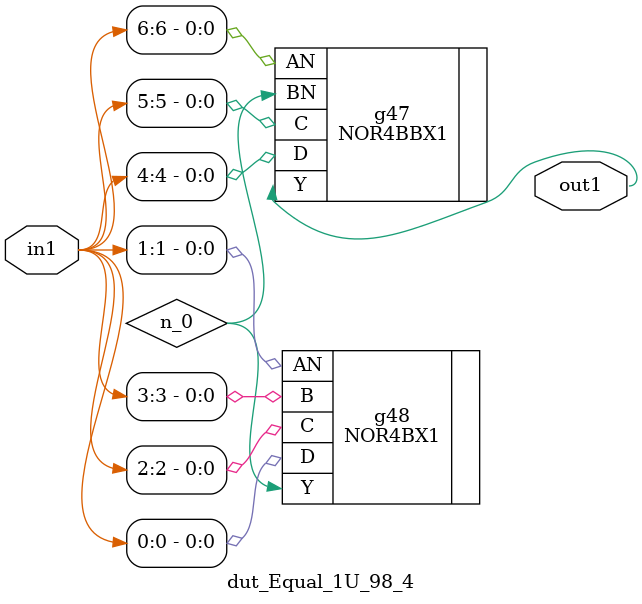
<source format=v>
`timescale 1ps / 1ps


module dut_Equal_1U_98_4(in1, out1);
  input [6:0] in1;
  output out1;
  wire [6:0] in1;
  wire out1;
  wire n_0;
  NOR4BBX1 g47(.AN (in1[6]), .BN (n_0), .C (in1[5]), .D (in1[4]), .Y
       (out1));
  NOR4BX1 g48(.AN (in1[1]), .B (in1[3]), .C (in1[2]), .D (in1[0]), .Y
       (n_0));
endmodule



</source>
